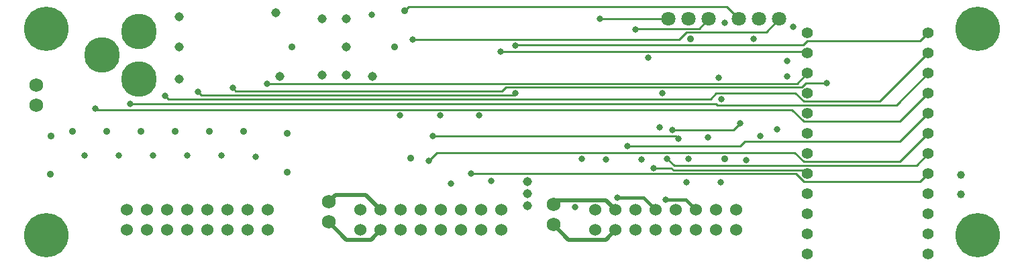
<source format=gbr>
%TF.GenerationSoftware,KiCad,Pcbnew,(6.0.7-1)-1*%
%TF.CreationDate,2022-09-02T18:16:07-04:00*%
%TF.ProjectId,power_mini_evolver,706f7765-725f-46d6-996e-695f65766f6c,rev?*%
%TF.SameCoordinates,Original*%
%TF.FileFunction,Copper,L4,Bot*%
%TF.FilePolarity,Positive*%
%FSLAX46Y46*%
G04 Gerber Fmt 4.6, Leading zero omitted, Abs format (unit mm)*
G04 Created by KiCad (PCBNEW (6.0.7-1)-1) date 2022-09-02 18:16:07*
%MOMM*%
%LPD*%
G01*
G04 APERTURE LIST*
%TA.AperFunction,ComponentPad*%
%ADD10C,1.800000*%
%TD*%
%TA.AperFunction,ComponentPad*%
%ADD11C,1.397000*%
%TD*%
%TA.AperFunction,ComponentPad*%
%ADD12C,1.000000*%
%TD*%
%TA.AperFunction,ComponentPad*%
%ADD13C,4.500000*%
%TD*%
%TA.AperFunction,ComponentPad*%
%ADD14C,1.750000*%
%TD*%
%TA.AperFunction,ComponentPad*%
%ADD15C,1.524000*%
%TD*%
%TA.AperFunction,ComponentPad*%
%ADD16C,5.600000*%
%TD*%
%TA.AperFunction,ViaPad*%
%ADD17C,1.143000*%
%TD*%
%TA.AperFunction,ViaPad*%
%ADD18C,0.889000*%
%TD*%
%TA.AperFunction,ViaPad*%
%ADD19C,0.800000*%
%TD*%
%TA.AperFunction,Conductor*%
%ADD20C,0.250000*%
%TD*%
%TA.AperFunction,Conductor*%
%ADD21C,0.508000*%
%TD*%
%TA.AperFunction,Conductor*%
%ADD22C,0.381000*%
%TD*%
G04 APERTURE END LIST*
D10*
%TO.P,JP2,3,B*%
%TO.N,/OD135-1*%
X167386000Y-81280000D03*
%TO.P,JP2,2,C*%
%TO.N,/OD-1*%
X169926000Y-81280000D03*
%TO.P,JP2,1,A*%
%TO.N,/OD90-1*%
X172466000Y-81280000D03*
%TD*%
D11*
%TO.P,P1,23,P23*%
%TO.N,/9*%
X200152000Y-83058000D03*
%TO.P,P1,21,P21*%
%TO.N,/8*%
X200152000Y-85598000D03*
%TO.P,P1,19,P19*%
%TO.N,/7*%
X200152000Y-88138000D03*
%TO.P,P1,17,P17*%
%TO.N,/6*%
X200152000Y-90678000D03*
%TO.P,P1,15,P15*%
%TO.N,/5*%
X200152000Y-93218000D03*
%TO.P,P1,13,P13*%
%TO.N,/4*%
X200152000Y-95758000D03*
%TO.P,P1,11,P11*%
%TO.N,/3*%
X200152000Y-98298000D03*
%TO.P,P1,7,P7*%
%TO.N,GND*%
X200152000Y-103378000D03*
%TO.P,P1,5,P5*%
%TO.N,Net-(C15-Pad1)*%
X200152000Y-105918000D03*
%TO.P,P1,3,P3*%
%TO.N,unconnected-(P1-Pad3)*%
X200152000Y-108458000D03*
%TO.P,P1,1,P1*%
%TO.N,unconnected-(P1-Pad1)*%
X200152000Y-110998000D03*
%TO.P,P1,9,P9*%
%TO.N,/2*%
X200152000Y-100838000D03*
%TO.P,P1,10,P10*%
%TO.N,/A3*%
X184912000Y-100838000D03*
%TO.P,P1,2,P2*%
%TO.N,+5V*%
X184912000Y-110998000D03*
%TO.P,P1,4,P4*%
%TO.N,GND*%
X184912000Y-108458000D03*
%TO.P,P1,6,P6*%
%TO.N,unconnected-(P1-Pad6)*%
X184912000Y-105918000D03*
%TO.P,P1,8,P8*%
%TO.N,unconnected-(P1-Pad8)*%
X184912000Y-103378000D03*
%TO.P,P1,12,P12*%
%TO.N,/A2*%
X184912000Y-98298000D03*
%TO.P,P1,14,P14*%
%TO.N,/A1*%
X184912000Y-95758000D03*
%TO.P,P1,16,P16*%
%TO.N,/A0*%
X184912000Y-93218000D03*
%TO.P,P1,18,P18*%
%TO.N,/13*%
X184912000Y-90678000D03*
%TO.P,P1,20,P20*%
%TO.N,/12*%
X184912000Y-88138000D03*
%TO.P,P1,22,P22*%
%TO.N,/11*%
X184912000Y-85598000D03*
%TO.P,P1,24,P24*%
%TO.N,/10*%
X184912000Y-83058000D03*
%TD*%
D12*
%TO.P,C15,2*%
%TO.N,GND*%
X204292200Y-100959600D03*
%TO.P,C15,1*%
%TO.N,Net-(C15-Pad1)*%
X204292200Y-103459600D03*
%TD*%
D13*
%TO.P,CON1,3*%
%TO.N,GND*%
X95884000Y-85852000D03*
%TO.P,CON1,2*%
X100584000Y-82852000D03*
%TO.P,CON1,1*%
%TO.N,+12V*%
X100584000Y-88852000D03*
%TD*%
D10*
%TO.P,JP1,3,B*%
%TO.N,/OD135-0*%
X176276000Y-81280000D03*
%TO.P,JP1,2,C*%
%TO.N,/OD-0*%
X178816000Y-81280000D03*
%TO.P,JP1,1,A*%
%TO.N,/OD90-0*%
X181356000Y-81280000D03*
%TD*%
D14*
%TO.P,P5,2,P2*%
%TO.N,/SPB-0*%
X124510800Y-104394000D03*
%TO.P,P5,1,P1*%
%TO.N,/SPB+0*%
X124510800Y-106934000D03*
%TD*%
%TO.P,P6,2,P2*%
%TO.N,/SPB-1*%
X152831800Y-104749600D03*
%TO.P,P6,1,P1*%
%TO.N,/SPB+1*%
X152831800Y-107289600D03*
%TD*%
D15*
%TO.P,P2,1,P1*%
%TO.N,GND*%
X128524000Y-107950000D03*
%TO.P,P2,2,P2*%
%TO.N,/OD135-0*%
X128524000Y-105410000D03*
%TO.P,P2,3,P3*%
%TO.N,/SPB+0*%
X131064000Y-107950000D03*
%TO.P,P2,4,P4*%
%TO.N,/SPB-0*%
X131064000Y-105410000D03*
%TO.P,P2,5,P5*%
%TO.N,GND*%
X133604000Y-107950000D03*
%TO.P,P2,6,P6*%
%TO.N,/OD90-0*%
X133604000Y-105410000D03*
%TO.P,P2,7,P7*%
%TO.N,+5V*%
X136144000Y-107950000D03*
%TO.P,P2,8,P8*%
%TO.N,/LED-0*%
X136144000Y-105410000D03*
%TO.P,P2,9,P9*%
%TO.N,GND*%
X138684000Y-107950000D03*
%TO.P,P2,10,P10*%
%TO.N,/TS-0*%
X138684000Y-105410000D03*
%TO.P,P2,11,P11*%
%TO.N,+12V*%
X141224000Y-107950000D03*
%TO.P,P2,12,P12*%
%TO.N,/HTR-0*%
X141224000Y-105410000D03*
%TO.P,P2,13,P13*%
%TO.N,unconnected-(P2-Pad13)*%
X143764000Y-107950000D03*
%TO.P,P2,14,P14*%
%TO.N,unconnected-(P2-Pad14)*%
X143764000Y-105410000D03*
%TO.P,P2,15,P15*%
%TO.N,+12V*%
X146304000Y-107950000D03*
%TO.P,P2,16,P16*%
%TO.N,/FAN-0*%
X146304000Y-105410000D03*
%TD*%
%TO.P,P3,16,P16*%
%TO.N,/FAN-1*%
X175895000Y-105410000D03*
%TO.P,P3,15,P15*%
%TO.N,+12V*%
X175895000Y-107950000D03*
%TO.P,P3,14,P14*%
%TO.N,unconnected-(P3-Pad14)*%
X173355000Y-105410000D03*
%TO.P,P3,13,P13*%
%TO.N,unconnected-(P3-Pad13)*%
X173355000Y-107950000D03*
%TO.P,P3,12,P12*%
%TO.N,/HTR-1*%
X170815000Y-105410000D03*
%TO.P,P3,11,P11*%
%TO.N,+12V*%
X170815000Y-107950000D03*
%TO.P,P3,10,P10*%
%TO.N,/TS-1*%
X168275000Y-105410000D03*
%TO.P,P3,9,P9*%
%TO.N,GND*%
X168275000Y-107950000D03*
%TO.P,P3,8,P8*%
%TO.N,/LED-1*%
X165735000Y-105410000D03*
%TO.P,P3,7,P7*%
%TO.N,+5V*%
X165735000Y-107950000D03*
%TO.P,P3,6,P6*%
%TO.N,/OD90-1*%
X163195000Y-105410000D03*
%TO.P,P3,5,P5*%
%TO.N,GND*%
X163195000Y-107950000D03*
%TO.P,P3,4,P4*%
%TO.N,/SPB-1*%
X160655000Y-105410000D03*
%TO.P,P3,3,P3*%
%TO.N,/SPB+1*%
X160655000Y-107950000D03*
%TO.P,P3,2,P2*%
%TO.N,/OD135-1*%
X158115000Y-105410000D03*
%TO.P,P3,1,P1*%
%TO.N,GND*%
X158115000Y-107950000D03*
%TD*%
%TO.P,P4,1,P1*%
%TO.N,+12V*%
X99060000Y-107950000D03*
%TO.P,P4,2,P2*%
%TO.N,/P-0*%
X99060000Y-105410000D03*
%TO.P,P4,3,P3*%
%TO.N,+12V*%
X101600000Y-107950000D03*
%TO.P,P4,4,P4*%
%TO.N,/P-1*%
X101600000Y-105410000D03*
%TO.P,P4,5,P5*%
%TO.N,+12V*%
X104140000Y-107950000D03*
%TO.P,P4,6,P6*%
%TO.N,/P-2*%
X104140000Y-105410000D03*
%TO.P,P4,7,P7*%
%TO.N,+12V*%
X106680000Y-107950000D03*
%TO.P,P4,8,P8*%
%TO.N,/P-3*%
X106680000Y-105410000D03*
%TO.P,P4,9,P9*%
%TO.N,+12V*%
X109220000Y-107950000D03*
%TO.P,P4,10,P10*%
%TO.N,/P-4*%
X109220000Y-105410000D03*
%TO.P,P4,11,P11*%
%TO.N,+12V*%
X111760000Y-107950000D03*
%TO.P,P4,12,P12*%
%TO.N,/P-5*%
X111760000Y-105410000D03*
%TO.P,P4,13,P13*%
%TO.N,unconnected-(P4-Pad13)*%
X114300000Y-107950000D03*
%TO.P,P4,14,P14*%
%TO.N,unconnected-(P4-Pad14)*%
X114300000Y-105410000D03*
%TO.P,P4,15,P15*%
%TO.N,unconnected-(P4-Pad15)*%
X116840000Y-107950000D03*
%TO.P,P4,16,P16*%
%TO.N,unconnected-(P4-Pad16)*%
X116840000Y-105410000D03*
%TD*%
D16*
%TO.P,H1,1,1*%
%TO.N,unconnected-(H1-Pad1)*%
X88900000Y-108585000D03*
%TD*%
%TO.P,H2,1,1*%
%TO.N,unconnected-(H2-Pad1)*%
X88900000Y-82550000D03*
%TD*%
%TO.P,H3,1,1*%
%TO.N,unconnected-(H3-Pad1)*%
X206375000Y-82550000D03*
%TD*%
%TO.P,H4,1,1*%
%TO.N,unconnected-(H4-Pad1)*%
X206375000Y-108585000D03*
%TD*%
D14*
%TO.P,P7,1,P1*%
%TO.N,+12V*%
X87579200Y-89611200D03*
%TO.P,P7,2,P2*%
%TO.N,GND*%
X87579200Y-92151200D03*
%TD*%
D17*
%TO.N,+5V*%
X149606000Y-101803200D03*
X149606000Y-104902000D03*
D18*
%TO.N,GND*%
X109474000Y-95504000D03*
X89408000Y-100939600D03*
%TO.N,+12V*%
X89458800Y-96062800D03*
%TO.N,GND*%
X119227600Y-100634800D03*
%TO.N,+12V*%
X119227600Y-95707200D03*
%TO.N,GND*%
X174447200Y-98976999D03*
D17*
%TO.N,+5V*%
X149606000Y-103327200D03*
D19*
%TO.N,+3V3*%
X169926000Y-98932499D03*
X172339000Y-96266000D03*
X178943000Y-96057001D03*
%TO.N,GND*%
X182372000Y-88519000D03*
%TO.N,/TS-0*%
X168656000Y-96393000D03*
%TO.N,/TS-1*%
X176403000Y-94488000D03*
%TO.N,GND*%
X166243000Y-94996000D03*
X181102000Y-95250000D03*
X166624000Y-90633330D03*
%TO.N,+3V3*%
X182372000Y-86614000D03*
X178102717Y-83827692D03*
%TO.N,GND*%
X183134000Y-82296000D03*
%TO.N,+3V3*%
X164846000Y-86130899D03*
%TO.N,GND*%
X174498000Y-81788000D03*
%TO.N,/9*%
X148082000Y-84681899D03*
X148082000Y-90633330D03*
D18*
%TO.N,GND*%
X170180000Y-83820000D03*
D19*
%TO.N,+3V3*%
X129964200Y-80721200D03*
X174066200Y-91389200D03*
%TO.N,/TS-0*%
X137591800Y-96062800D03*
D18*
%TO.N,/OD135-0*%
X134112000Y-80264000D03*
D17*
%TO.N,+5V*%
X117856000Y-80518000D03*
%TO.N,+12V*%
X118364000Y-88562800D03*
D18*
%TO.N,GND*%
X119888000Y-84836000D03*
X132842000Y-84836000D03*
D17*
%TO.N,+5V*%
X130048000Y-88562800D03*
%TO.N,GND*%
X126746000Y-88392000D03*
X126746000Y-81280000D03*
X126746000Y-84836000D03*
X123698000Y-88392000D03*
X123698000Y-81280000D03*
X105664000Y-88900000D03*
X105664000Y-81026000D03*
X105664000Y-84836000D03*
D18*
X92202000Y-95504000D03*
X96520000Y-95504000D03*
X100838000Y-95504000D03*
X105156000Y-95504000D03*
X113792000Y-95504000D03*
D19*
X133502400Y-93472000D03*
X138582400Y-93472000D03*
X143459200Y-93472000D03*
X159461200Y-99009200D03*
X163982400Y-99009200D03*
X177190400Y-99110800D03*
X173736000Y-88696800D03*
%TO.N,+12V*%
X93726000Y-98552000D03*
X98044000Y-98552000D03*
X102362000Y-98552000D03*
X106680000Y-98552000D03*
X110998000Y-98552000D03*
X115316000Y-98679000D03*
X145034000Y-101752400D03*
X169672000Y-101904800D03*
X173990000Y-101904800D03*
X139903200Y-102082600D03*
%TO.N,/A3*%
X165455600Y-100113000D03*
D18*
%TO.N,+5V*%
X134874000Y-98882200D03*
D19*
X156464000Y-98933000D03*
X155575000Y-105047999D03*
%TO.N,/HTR-1*%
X166979600Y-104140000D03*
%TO.N,/LED-1*%
X160909000Y-103886000D03*
%TO.N,/OD90-0*%
X135077200Y-83845400D03*
%TO.N,/OD90-1*%
X163195000Y-82626200D03*
%TO.N,/OD135-1*%
X158750000Y-81280000D03*
%TO.N,/10*%
X112369600Y-89966800D03*
X187350400Y-89408000D03*
%TO.N,/11*%
X146202400Y-85445600D03*
%TO.N,/12*%
X116687600Y-89458800D03*
%TO.N,/2*%
X142417800Y-100838000D03*
%TO.N,/3*%
X167169000Y-98932999D03*
%TO.N,/4*%
X137132399Y-99187000D03*
%TO.N,/5*%
X162153600Y-97358200D03*
%TO.N,/6*%
X95046800Y-92608400D03*
%TO.N,/7*%
X99415600Y-92049600D03*
%TO.N,/8*%
X103835200Y-90982800D03*
%TO.N,/9*%
X108000800Y-90474800D03*
%TO.N,/TS-1*%
X167894000Y-95300800D03*
%TD*%
D20*
%TO.N,/A3*%
X184912000Y-100838000D02*
X184461990Y-100387990D01*
X184461990Y-100387990D02*
X167987581Y-100387990D01*
D21*
%TO.N,/SPB+1*%
X154708201Y-109166001D02*
X152831800Y-107289600D01*
%TO.N,/SPB-1*%
X159438999Y-104193999D02*
X153387401Y-104193999D01*
X153387401Y-104193999D02*
X152831800Y-104749600D01*
%TO.N,/SPB+0*%
X126742801Y-109166001D02*
X124510800Y-106934000D01*
%TO.N,/SPB-0*%
X129173001Y-103519001D02*
X125385799Y-103519001D01*
X125385799Y-103519001D02*
X124510800Y-104394000D01*
D20*
%TO.N,/OD90-1*%
X172466000Y-81280000D02*
X171240990Y-82505010D01*
X171240990Y-82505010D02*
X163316190Y-82505010D01*
X163316190Y-82505010D02*
X163195000Y-82626200D01*
%TO.N,/8*%
X194048499Y-91701501D02*
X200152000Y-85598000D01*
%TO.N,/TS-0*%
X168300400Y-96037400D02*
X168656000Y-96393000D01*
X144951598Y-96037400D02*
X168300400Y-96037400D01*
%TO.N,/TS-1*%
X175590200Y-95300800D02*
X176403000Y-94488000D01*
X167894000Y-95300800D02*
X175590200Y-95300800D01*
%TO.N,/7*%
X173493697Y-92194499D02*
X196095501Y-92194499D01*
%TO.N,/12*%
X116687600Y-89458800D02*
X183591200Y-89458800D01*
%TO.N,/9*%
X184913717Y-84081501D02*
X184405718Y-84589500D01*
X184405718Y-84589500D02*
X148174399Y-84589500D01*
X148174399Y-84589500D02*
X148082000Y-84681899D01*
X117049601Y-90874799D02*
X147840531Y-90874799D01*
X147840531Y-90874799D02*
X148082000Y-90633330D01*
%TO.N,/TS-0*%
X137591800Y-96062800D02*
X144926198Y-96062800D01*
X144926198Y-96062800D02*
X144951598Y-96037400D01*
%TO.N,/OD135-0*%
X134620000Y-79756000D02*
X174752000Y-79756000D01*
X134112000Y-80264000D02*
X134620000Y-79756000D01*
X174752000Y-79756000D02*
X176276000Y-81280000D01*
%TO.N,/A3*%
X167712591Y-100113000D02*
X167987581Y-100387990D01*
X165455600Y-100113000D02*
X167712591Y-100113000D01*
D22*
%TO.N,/HTR-1*%
X169545000Y-104140000D02*
X170815000Y-105410000D01*
X166979600Y-104140000D02*
X169545000Y-104140000D01*
%TO.N,/LED-1*%
X164211000Y-103886000D02*
X165735000Y-105410000D01*
X160909000Y-103886000D02*
X164211000Y-103886000D01*
D20*
%TO.N,/OD90-0*%
X169628792Y-82955010D02*
X168738402Y-83845400D01*
X168738402Y-83845400D02*
X135077200Y-83845400D01*
X179680990Y-82955010D02*
X169628792Y-82955010D01*
X181356000Y-81280000D02*
X179680990Y-82955010D01*
%TO.N,/OD135-1*%
X158750000Y-81280000D02*
X167386000Y-81280000D01*
%TO.N,/10*%
X184667218Y-89408000D02*
X187350400Y-89408000D01*
X184166388Y-89908830D02*
X184667218Y-89408000D01*
X146831768Y-89908830D02*
X184166388Y-89908830D01*
X146373799Y-90366799D02*
X146831768Y-89908830D01*
X112769599Y-90366799D02*
X146373799Y-90366799D01*
X112369600Y-89966800D02*
X112769599Y-90366799D01*
%TO.N,/11*%
X146241601Y-85406399D02*
X146202400Y-85445600D01*
X174084001Y-85406399D02*
X146241601Y-85406399D01*
X184745799Y-85431799D02*
X174109401Y-85431799D01*
X174109401Y-85431799D02*
X174084001Y-85406399D01*
X184912000Y-85598000D02*
X184745799Y-85431799D01*
%TO.N,/12*%
X183591200Y-89458800D02*
X184912000Y-88138000D01*
%TO.N,/2*%
X184420719Y-101861501D02*
X199128499Y-101861501D01*
X199128499Y-101861501D02*
X200152000Y-100838000D01*
X183397218Y-100838000D02*
X184420719Y-101861501D01*
X142417800Y-100838000D02*
X183397218Y-100838000D01*
%TO.N,/3*%
X198635501Y-99814499D02*
X200152000Y-98298000D01*
X184233701Y-99814499D02*
X198635501Y-99814499D01*
X168071802Y-99835801D02*
X184212399Y-99835801D01*
X184212399Y-99835801D02*
X184233701Y-99814499D01*
X167169000Y-98932999D02*
X168071802Y-99835801D01*
%TO.N,/4*%
X184420719Y-99321501D02*
X196588499Y-99321501D01*
X196588499Y-99321501D02*
X200152000Y-95758000D01*
X183307217Y-98207999D02*
X184420719Y-99321501D01*
X138111400Y-98207999D02*
X183307217Y-98207999D01*
X137132399Y-99187000D02*
X138111400Y-98207999D01*
%TO.N,/5*%
X196588499Y-96781501D02*
X200152000Y-93218000D01*
X176965844Y-96781501D02*
X196588499Y-96781501D01*
X176389145Y-97358200D02*
X176965844Y-96781501D01*
X162153600Y-97358200D02*
X176389145Y-97358200D01*
%TO.N,/6*%
X95213001Y-92774601D02*
X117107009Y-92774601D01*
X95046800Y-92608400D02*
X95213001Y-92774601D01*
X196588499Y-94241501D02*
X200152000Y-90678000D01*
X184420719Y-94241501D02*
X196588499Y-94241501D01*
X182926217Y-92746999D02*
X184420719Y-94241501D01*
X117134611Y-92746999D02*
X182926217Y-92746999D01*
X117107009Y-92774601D02*
X117134611Y-92746999D01*
%TO.N,/7*%
X196095501Y-92194499D02*
X200152000Y-88138000D01*
X173348798Y-92049600D02*
X173493697Y-92194499D01*
X99415600Y-92049600D02*
X173348798Y-92049600D01*
%TO.N,/8*%
X184420719Y-91701501D02*
X194048499Y-91701501D01*
X183346418Y-90627200D02*
X184420719Y-91701501D01*
X103835200Y-90982800D02*
X104235199Y-91382799D01*
X173399598Y-90627200D02*
X183346418Y-90627200D01*
X104235199Y-91382799D02*
X172643999Y-91382799D01*
X172643999Y-91382799D02*
X173399598Y-90627200D01*
%TO.N,/9*%
X108400799Y-90874799D02*
X117049601Y-90874799D01*
X108000800Y-90474800D02*
X108400799Y-90874799D01*
X184913717Y-84081501D02*
X199128499Y-84081501D01*
X199128499Y-84081501D02*
X200152000Y-83058000D01*
D21*
%TO.N,/SPB+0*%
X129847999Y-109166001D02*
X131064000Y-107950000D01*
X126742801Y-109166001D02*
X129847999Y-109166001D01*
%TO.N,/SPB-0*%
X129173001Y-103519001D02*
X131064000Y-105410000D01*
%TO.N,/SPB-1*%
X159438999Y-104193999D02*
X160655000Y-105410000D01*
%TO.N,/SPB+1*%
X159438999Y-109166001D02*
X160655000Y-107950000D01*
X154708201Y-109166001D02*
X159438999Y-109166001D01*
%TD*%
M02*

</source>
